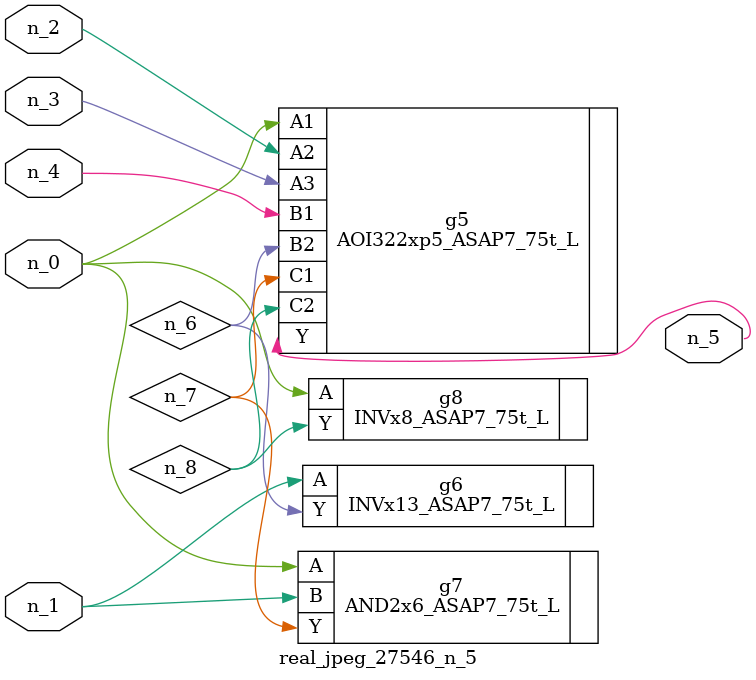
<source format=v>
module real_jpeg_27546_n_5 (n_4, n_0, n_1, n_2, n_3, n_5);

input n_4;
input n_0;
input n_1;
input n_2;
input n_3;

output n_5;

wire n_8;
wire n_6;
wire n_7;

AOI322xp5_ASAP7_75t_L g5 ( 
.A1(n_0),
.A2(n_2),
.A3(n_3),
.B1(n_4),
.B2(n_6),
.C1(n_7),
.C2(n_8),
.Y(n_5)
);

AND2x6_ASAP7_75t_L g7 ( 
.A(n_0),
.B(n_1),
.Y(n_7)
);

INVx8_ASAP7_75t_L g8 ( 
.A(n_0),
.Y(n_8)
);

INVx13_ASAP7_75t_L g6 ( 
.A(n_1),
.Y(n_6)
);


endmodule
</source>
